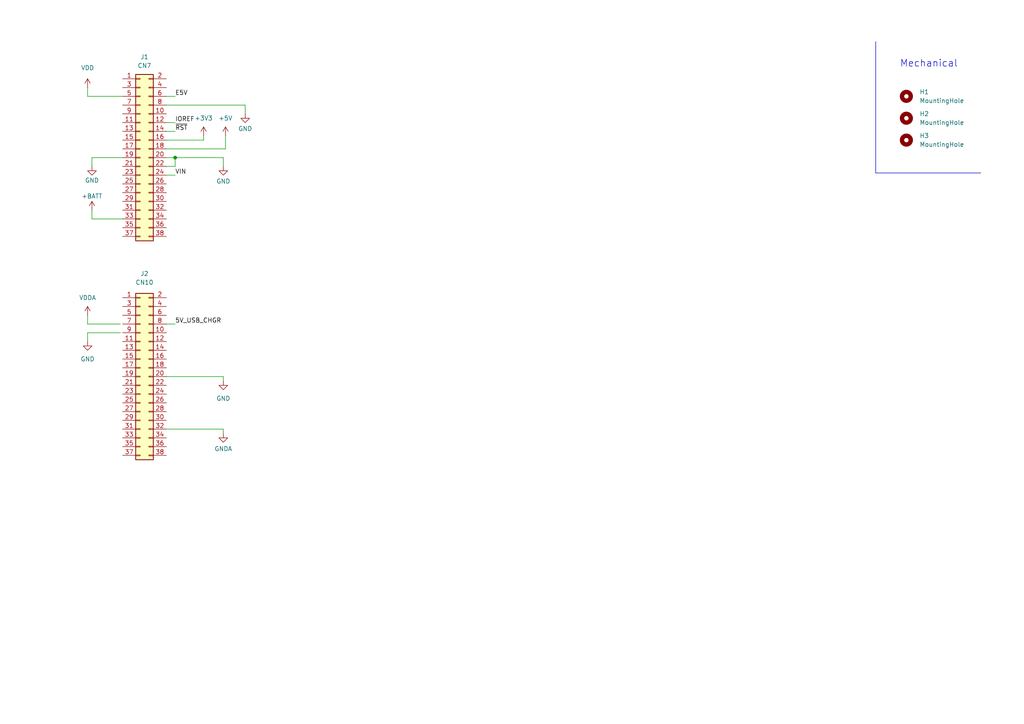
<source format=kicad_sch>
(kicad_sch (version 20250114) (generator "eeschema") (generator_version "9.0")
  (paper "A4")
  (lib_symbols
    (symbol "Connector_Generic:Conn_02x19_Odd_Even" (pin_names (offset 1.016) (hide yes))
      (property "Reference" "J" (at 1.27 25.4 0))
      (property "Value" "Conn_02x19_Odd_Even" (at 1.27 -25.4 0))
      (symbol "Conn_02x19_Odd_Even_1_1"
        (rectangle (start -1.27 24.13) (end 3.81 -24.13) (stroke (width 0.254)) (fill (type background)))
        (rectangle (start -1.27 22.987) (end 0 22.733) (stroke (width 0.1524)))
        (rectangle (start -1.27 20.447) (end 0 20.193) (stroke (width 0.1524)))
        (rectangle (start -1.27 17.907) (end 0 17.653) (stroke (width 0.1524)))
        (rectangle (start -1.27 15.367) (end 0 15.113) (stroke (width 0.1524)))
        (rectangle (start -1.27 12.827) (end 0 12.573) (stroke (width 0.1524)))
        (rectangle (start -1.27 10.287) (end 0 10.033) (stroke (width 0.1524)))
        (rectangle (start -1.27 7.747) (end 0 7.493) (stroke (width 0.1524)))
        (rectangle (start -1.27 5.207) (end 0 4.953) (stroke (width 0.1524)))
        (rectangle (start -1.27 2.667) (end 0 2.413) (stroke (width 0.1524)))
        (rectangle (start -1.27 0.127) (end 0 -0.127) (stroke (width 0.1524)))
        (rectangle (start -1.27 -2.413) (end 0 -2.667) (stroke (width 0.1524)))
        (rectangle (start -1.27 -4.953) (end 0 -5.207) (stroke (width 0.1524)))
        (rectangle (start -1.27 -7.493) (end 0 -7.747) (stroke (width 0.1524)))
        (rectangle (start -1.27 -10.033) (end 0 -10.287) (stroke (width 0.1524)))
        (rectangle (start -1.27 -12.573) (end 0 -12.827) (stroke (width 0.1524)))
        (rectangle (start -1.27 -15.113) (end 0 -15.367) (stroke (width 0.1524)))
        (rectangle (start -1.27 -17.653) (end 0 -17.907) (stroke (width 0.1524)))
        (rectangle (start -1.27 -20.193) (end 0 -20.447) (stroke (width 0.1524)))
        (rectangle (start -1.27 -22.733) (end 0 -22.987) (stroke (width 0.1524)))
        (rectangle (start 3.81 22.987) (end 2.54 22.733) (stroke (width 0.1524)))
        (rectangle (start 3.81 20.447) (end 2.54 20.193) (stroke (width 0.1524)))
        (rectangle (start 3.81 17.907) (end 2.54 17.653) (stroke (width 0.1524)))
        (rectangle (start 3.81 15.367) (end 2.54 15.113) (stroke (width 0.1524)))
        (rectangle (start 3.81 12.827) (end 2.54 12.573) (stroke (width 0.1524)))
        (rectangle (start 3.81 10.287) (end 2.54 10.033) (stroke (width 0.1524)))
        (rectangle (start 3.81 7.747) (end 2.54 7.493) (stroke (width 0.1524)))
        (rectangle (start 3.81 5.207) (end 2.54 4.953) (stroke (width 0.1524)))
        (rectangle (start 3.81 2.667) (end 2.54 2.413) (stroke (width 0.1524)))
        (rectangle (start 3.81 0.127) (end 2.54 -0.127) (stroke (width 0.1524)))
        (rectangle (start 3.81 -2.413) (end 2.54 -2.667) (stroke (width 0.1524)))
        (rectangle (start 3.81 -4.953) (end 2.54 -5.207) (stroke (width 0.1524)))
        (rectangle (start 3.81 -7.493) (end 2.54 -7.747) (stroke (width 0.1524)))
        (rectangle (start 3.81 -10.033) (end 2.54 -10.287) (stroke (width 0.1524)))
        (rectangle (start 3.81 -12.573) (end 2.54 -12.827) (stroke (width 0.1524)))
        (rectangle (start 3.81 -15.113) (end 2.54 -15.367) (stroke (width 0.1524)))
        (rectangle (start 3.81 -17.653) (end 2.54 -17.907) (stroke (width 0.1524)))
        (rectangle (start 3.81 -20.193) (end 2.54 -20.447) (stroke (width 0.1524)))
        (rectangle (start 3.81 -22.733) (end 2.54 -22.987) (stroke (width 0.1524)))
        (pin passive line (at -5.08 22.86 0) (length 3.81) (name "Pin_1") (number "1"))
        (pin passive line (at -5.08 20.32 0) (length 3.81) (name "Pin_3") (number "3"))
        (pin passive line (at -5.08 17.78 0) (length 3.81) (name "Pin_5") (number "5"))
        (pin passive line (at -5.08 15.24 0) (length 3.81) (name "Pin_7") (number "7"))
        (pin passive line (at -5.08 12.7 0) (length 3.81) (name "Pin_9") (number "9"))
        (pin passive line (at -5.08 10.16 0) (length 3.81) (name "Pin_11") (number "11"))
        (pin passive line (at -5.08 7.62 0) (length 3.81) (name "Pin_13") (number "13"))
        (pin passive line (at -5.08 5.08 0) (length 3.81) (name "Pin_15") (number "15"))
        (pin passive line (at -5.08 2.54 0) (length 3.81) (name "Pin_17") (number "17"))
        (pin passive line (at -5.08 0 0) (length 3.81) (name "Pin_19") (number "19"))
        (pin passive line (at -5.08 -2.54 0) (length 3.81) (name "Pin_21") (number "21"))
        (pin passive line (at -5.08 -5.08 0) (length 3.81) (name "Pin_23") (number "23"))
        (pin passive line (at -5.08 -7.62 0) (length 3.81) (name "Pin_25") (number "25"))
        (pin passive line (at -5.08 -10.16 0) (length 3.81) (name "Pin_27") (number "27"))
        (pin passive line (at -5.08 -12.7 0) (length 3.81) (name "Pin_29") (number "29"))
        (pin passive line (at -5.08 -15.24 0) (length 3.81) (name "Pin_31") (number "31"))
        (pin passive line (at -5.08 -17.78 0) (length 3.81) (name "Pin_33") (number "33"))
        (pin passive line (at -5.08 -20.32 0) (length 3.81) (name "Pin_35") (number "35"))
        (pin passive line (at -5.08 -22.86 0) (length 3.81) (name "Pin_37") (number "37"))
        (pin passive line (at 7.62 22.86 180) (length 3.81) (name "Pin_2") (number "2"))
        (pin passive line (at 7.62 20.32 180) (length 3.81) (name "Pin_4") (number "4"))
        (pin passive line (at 7.62 17.78 180) (length 3.81) (name "Pin_6") (number "6"))
        (pin passive line (at 7.62 15.24 180) (length 3.81) (name "Pin_8") (number "8"))
        (pin passive line (at 7.62 12.7 180) (length 3.81) (name "Pin_10") (number "10"))
        (pin passive line (at 7.62 10.16 180) (length 3.81) (name "Pin_12") (number "12"))
        (pin passive line (at 7.62 7.62 180) (length 3.81) (name "Pin_14") (number "14"))
        (pin passive line (at 7.62 5.08 180) (length 3.81) (name "Pin_16") (number "16"))
        (pin passive line (at 7.62 2.54 180) (length 3.81) (name "Pin_18") (number "18"))
        (pin passive line (at 7.62 0 180) (length 3.81) (name "Pin_20") (number "20"))
        (pin passive line (at 7.62 -2.54 180) (length 3.81) (name "Pin_22") (number "22"))
        (pin passive line (at 7.62 -5.08 180) (length 3.81) (name "Pin_24") (number "24"))
        (pin passive line (at 7.62 -7.62 180) (length 3.81) (name "Pin_26") (number "26"))
        (pin passive line (at 7.62 -10.16 180) (length 3.81) (name "Pin_28") (number "28"))
        (pin passive line (at 7.62 -12.7 180) (length 3.81) (name "Pin_30") (number "30"))
        (pin passive line (at 7.62 -15.24 180) (length 3.81) (name "Pin_32") (number "32"))
        (pin passive line (at 7.62 -17.78 180) (length 3.81) (name "Pin_34") (number "34"))
        (pin passive line (at 7.62 -20.32 180) (length 3.81) (name "Pin_36") (number "36"))
        (pin passive line (at 7.62 -22.86 180) (length 3.81) (name "Pin_38") (number "38"))
      )
    )
    (symbol "Mechanical:MountingHole" (pin_names (offset 1.016))
      (property "Reference" "H" (at 0 5.08 0))
      (property "Value" "MountingHole" (at 0 3.175 0))
      (symbol "MountingHole_0_1"
        (circle (center 0 0) (radius 1.27) (stroke (width 1.27)))
      )
    )
    (symbol "power:+3V3" (power) (pin_names (offset 0))
      (property "Value" "+3V3" (at 0 3.556 0))
      (symbol "+3V3_0_1"
        (polyline (pts (xy -0.762 1.27) (xy 0 2.54)))
        (polyline (pts (xy 0 2.54) (xy 0.762 1.27)))
        (polyline (pts (xy 0 0) (xy 0 2.54)))
      )
      (symbol "+3V3_1_1"
        (pin power_in line (at 0 0 90) (length 0) (hide yes) (name "+3V3") (number "1"))
      )
    )
    (symbol "power:+5V" (power) (pin_names (offset 0))
      (property "Value" "+5V" (at 0 3.556 0))
      (symbol "+5V_0_1"
        (polyline (pts (xy -0.762 1.27) (xy 0 2.54)))
        (polyline (pts (xy 0 2.54) (xy 0.762 1.27)))
        (polyline (pts (xy 0 0) (xy 0 2.54)))
      )
      (symbol "+5V_1_1"
        (pin power_in line (at 0 0 90) (length 0) (hide yes) (name "+5V") (number "1"))
      )
    )
    (symbol "power:+BATT" (power) (pin_names (offset 0))
      (property "Value" "+BATT" (at 0 3.556 0))
      (symbol "+BATT_0_1"
        (polyline (pts (xy -0.762 1.27) (xy 0 2.54)))
        (polyline (pts (xy 0 2.54) (xy 0.762 1.27)))
        (polyline (pts (xy 0 0) (xy 0 2.54)))
      )
      (symbol "+BATT_1_1"
        (pin power_in line (at 0 0 90) (length 0) (hide yes) (name "+BATT") (number "1"))
      )
    )
    (symbol "power:GND" (power) (pin_names (offset 0))
      (property "Value" "GND" (at 0 -3.81 0))
      (symbol "GND_0_1"
        (polyline (pts (xy 0 0) (xy 0 -1.27) (xy 1.27 -1.27) (xy 0 -2.54) (xy -1.27 -1.27) (xy 0 -1.27)))
      )
      (symbol "GND_1_1"
        (pin power_in line (at 0 0 270) (length 0) (hide yes) (name "GND") (number "1"))
      )
    )
    (symbol "power:GNDA" (power) (pin_names (offset 0))
      (property "Value" "GNDA" (at 0 -3.81 0))
      (symbol "GNDA_0_1"
        (polyline (pts (xy 0 0) (xy 0 -1.27) (xy 1.27 -1.27) (xy 0 -2.54) (xy -1.27 -1.27) (xy 0 -1.27)))
      )
      (symbol "GNDA_1_1"
        (pin power_in line (at 0 0 270) (length 0) (hide yes) (name "GNDA") (number "1"))
      )
    )
    (symbol "power:VDD" (power) (pin_names (offset 0))
      (property "Value" "VDD" (at 0 3.81 0))
      (symbol "VDD_0_1"
        (polyline (pts (xy -0.762 1.27) (xy 0 2.54)))
        (polyline (pts (xy 0 2.54) (xy 0.762 1.27)))
        (polyline (pts (xy 0 0) (xy 0 2.54)))
      )
      (symbol "VDD_1_1"
        (pin power_in line (at 0 0 90) (length 0) (hide yes) (name "VDD") (number "1"))
      )
    )
    (symbol "power:VDDA" (power) (pin_names (offset 0))
      (property "Value" "VDDA" (at 0 3.81 0))
      (symbol "VDDA_0_1"
        (polyline (pts (xy -0.762 1.27) (xy 0 2.54)))
        (polyline (pts (xy 0 2.54) (xy 0.762 1.27)))
        (polyline (pts (xy 0 0) (xy 0 2.54)))
      )
      (symbol "VDDA_1_1"
        (pin power_in line (at 0 0 90) (length 0) (hide yes) (name "VDDA") (number "1"))
      )
    )
  )
  (text "Mechanical\n" (at 260.985 19.685 0) (effects (font (size 2 2)) (justify left bottom)))
  (junction (at 50.8 45.72))
  (wire (pts (xy 48.26 35.56) (xy 50.8 35.56)))
  (wire (pts (xy 71.12 30.48) (xy 48.26 30.48)))
  (wire (pts (xy 71.12 33.02) (xy 71.12 30.48)))
  (wire (pts (xy 48.26 27.94) (xy 50.8 27.94)))
  (wire (pts (xy 48.26 124.46) (xy 64.77 124.46)))
  (wire (pts (xy 64.77 124.46) (xy 64.77 125.73)))
  (wire (pts (xy 35.56 45.72) (xy 26.67 45.72)))
  (polyline (pts (xy 254 12.065) (xy 254 50.165)))
  (polyline (pts (xy 254 50.165) (xy 284.48 50.165)))
  (wire (pts (xy 26.67 45.72) (xy 26.67 48.26)))
  (wire (pts (xy 48.26 48.26) (xy 50.8 48.26)))
  (wire (pts (xy 50.8 48.26) (xy 50.8 45.72)))
  (wire (pts (xy 48.26 38.1) (xy 50.8 38.1)))
  (wire (pts (xy 64.77 109.22) (xy 64.77 110.49)))
  (wire (pts (xy 48.26 93.98) (xy 50.8 93.98)))
  (wire (pts (xy 48.26 43.18) (xy 65.405 43.18)))
  (wire (pts (xy 65.405 43.18) (xy 65.405 39.37)))
  (wire (pts (xy 25.4 25.4) (xy 25.4 27.94)))
  (wire (pts (xy 25.4 93.98) (xy 34.925 93.98)))
  (wire (pts (xy 48.26 40.64) (xy 59.055 40.64)))
  (wire (pts (xy 59.055 40.64) (xy 59.055 39.37)))
  (wire (pts (xy 25.4 96.52) (xy 34.925 96.52)))
  (wire (pts (xy 25.4 96.52) (xy 25.4 99.06)))
  (wire (pts (xy 35.56 63.5) (xy 26.67 63.5)))
  (wire (pts (xy 64.77 109.22) (xy 48.26 109.22)))
  (wire (pts (xy 25.4 27.94) (xy 35.56 27.94)))
  (wire (pts (xy 26.67 60.96) (xy 26.67 63.5)))
  (wire (pts (xy 25.4 91.44) (xy 25.4 93.98)))
  (wire (pts (xy 48.26 50.8) (xy 50.8 50.8)))
  (wire (pts (xy 48.26 45.72) (xy 50.8 45.72)))
  (wire (pts (xy 50.8 45.72) (xy 64.77 45.72)))
  (wire (pts (xy 64.77 45.72) (xy 64.77 48.26)))
  (label "~{RST}" (at 50.8 38.1 0))
  (label "VIN" (at 50.8 50.8 0))
  (label "E5V" (at 50.8 27.94 0))
  (label "IOREF" (at 50.8 35.56 0))
  (label "5V_USB_CHGR" (at 50.8 93.98 0))
  (symbol (lib_id "Connector_Generic:Conn_02x19_Odd_Even") (at 40.64 45.72 0) (unit 1)
    (property "Reference" "J1" (at 41.91 16.51 0))
    (property "Value" "CN7" (at 41.91 19.05 0))
    (property "Footprint" "Connector_PinSocket_2.54mm:PinSocket_2x19_P2.54mm_Vertical" (effects (hide yes)))
  )
  (symbol (lib_id "power:GND") (at 64.77 48.26 0) (unit 1)
    (property "Reference" "#PWR0101" (effects (hide yes)))
    (property "Value" "GND" (at 64.77 52.578 0))
  )
  (symbol (lib_id "Mechanical:MountingHole") (at 262.89 34.29 0) (unit 1)
    (property "Reference" "H2" (at 266.7 33.0199 0) (effects (justify left)))
    (property "Value" "MountingHole" (at 266.7 35.5599 0) (effects (justify left)))
    (property "Footprint" "MountingHole:MountingHole_3.2mm_M3" (effects (hide yes)))
  )
  (symbol (lib_id "power:GND") (at 71.12 33.02 0) (unit 1)
    (property "Reference" "#PWR0107" (effects (hide yes)))
    (property "Value" "GND" (at 71.12 37.338 0))
  )
  (symbol (lib_id "Mechanical:MountingHole") (at 262.89 40.64 0) (unit 1)
    (property "Reference" "H3" (at 266.7 39.3699 0) (effects (justify left)))
    (property "Value" "MountingHole" (at 266.7 41.9099 0) (effects (justify left)))
    (property "Footprint" "MountingHole:MountingHole_3.2mm_M3" (effects (hide yes)))
  )
  (symbol (lib_id "power:VDDA") (at 25.4 91.44 0) (unit 1)
    (property "Reference" "#PWR0103" (effects (hide yes)))
    (property "Value" "VDDA" (at 25.4 86.36 0))
  )
  (symbol (lib_id "Mechanical:MountingHole") (at 262.89 27.94 0) (unit 1)
    (property "Reference" "H1" (at 266.7 26.6699 0) (effects (justify left)))
    (property "Value" "MountingHole" (at 266.7 29.2099 0) (effects (justify left)))
    (property "Footprint" "MountingHole:MountingHole_3.2mm_M3" (effects (hide yes)))
  )
  (symbol (lib_id "power:GND") (at 64.77 110.49 0) (unit 1)
    (property "Reference" "#PWR0105" (effects (hide yes)))
    (property "Value" "GND" (at 64.77 115.57 0))
  )
  (symbol (lib_id "power:VDD") (at 25.4 25.4 0) (unit 1)
    (property "Reference" "#PWR0109" (effects (hide yes)))
    (property "Value" "VDD" (at 25.4 19.685 0))
  )
  (symbol (lib_id "power:+5V") (at 65.405 39.37 0) (unit 1)
    (property "Reference" "#PWR0108" (effects (hide yes)))
    (property "Value" "+5V" (at 65.405 34.29 0))
  )
  (symbol (lib_id "power:+BATT") (at 26.67 60.96 0) (unit 1)
    (property "Reference" "#PWR0111" (effects (hide yes)))
    (property "Value" "+BATT" (at 26.67 56.896 0))
  )
  (symbol (lib_id "power:+3V3") (at 59.055 39.37 0) (unit 1)
    (property "Reference" "#PWR0106" (effects (hide yes)))
    (property "Value" "+3V3" (at 59.055 34.29 0))
  )
  (symbol (lib_id "power:GND") (at 26.67 48.26 0) (unit 1)
    (property "Reference" "#PWR0110" (effects (hide yes)))
    (property "Value" "GND" (at 26.67 52.324 0))
  )
  (symbol (lib_id "Connector_Generic:Conn_02x19_Odd_Even") (at 40.64 109.22 0) (unit 1)
    (property "Reference" "J2" (at 41.91 79.375 0))
    (property "Value" "CN10" (at 41.91 81.915 0))
    (property "Footprint" "Connector_PinSocket_2.54mm:PinSocket_2x19_P2.54mm_Vertical" (effects (hide yes)))
  )
  (symbol (lib_id "power:GND") (at 25.4 99.06 0) (unit 1)
    (property "Reference" "#PWR0102" (effects (hide yes)))
    (property "Value" "GND" (at 25.4 104.14 0))
  )
  (symbol (lib_id "power:GNDA") (at 64.77 125.73 0) (unit 1)
    (property "Reference" "#PWR0104" (effects (hide yes)))
    (property "Value" "GNDA" (at 64.77 130.175 0))
  )
)
</source>
